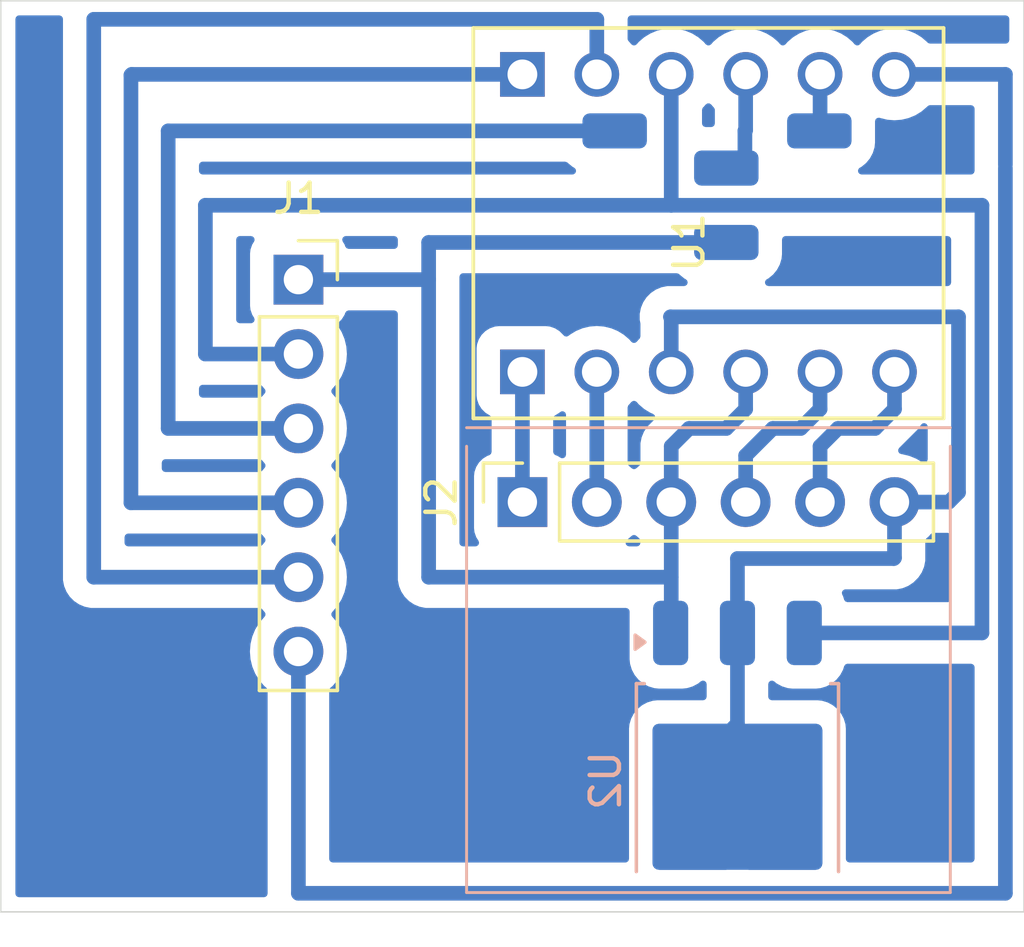
<source format=kicad_pcb>
(kicad_pcb (version 20240108) (generator "pcbnew") (generator_version "8.0")
  (layers (0 "F.Cu" signal) (31 "B.Cu" signal) (34 "B.Paste" user) (35 "F.Paste" user) (36 "B.SilkS" user "B.Silkscreen") (37 "F.SilkS" user "F.Silkscreen") (38 "B.Mask" user) (39 "F.Mask" user) (44 "Edge.Cuts" user))
  (net 0 "")
  (net 1 "/VCC")
  (net 2 "/MISO")
  (net 3 "/SS")
  (net 4 "/GND")
  (net 5 "/MOSI")
  (net 6 "/SCK")
  (net 7 "/CS")
  (net 8 "/CLK")
  (net 9 "/3.3v")
  (net 10 "/DO")
  (net 11 "/DI")
  (footprint "" (layer "F.Cu") (at 84.455 66.04 -90)
    (property "Reference" "" (at 0 0 90) (layer "F.SilkS") (effects (font (size 1.27 1.27))))
    (property "Value" "")
    (pad "1" smd roundrect (at 0 0 180) (size 2.2 1.2) (layers "B.Cu" "B.Paste" "B.Mask") (roundrect_rratio 0.208333))
  )
  (footprint "w25q64_spi:CONV_BOB-12009" (layer "F.Cu") (at 87.655 69.19 90)
    (property "Reference" "U1" (at -0.66 -0.66 90) (layer "F.SilkS"))
    (property "Value" "BOB-12009")
    (fp_line (start 6.665 -8.025) (end 6.665 8.025) (stroke (width 0.127)) (layer "F.SilkS"))
    (fp_line (start -6.665 -8.025) (end 6.665 -8.025) (stroke (width 0.127)) (layer "F.SilkS"))
    (fp_line (start 6.665 8.025) (end -6.665 8.025) (stroke (width 0.127)) (layer "F.SilkS"))
    (fp_line (start -6.665 8.025) (end -6.665 -8.025) (stroke (width 0.127)) (layer "F.SilkS"))
    (pad "GND_1" thru_hole circle (at 5.08 1.27 90) (size 1.524 1.524) (drill 1.016) (layers "*.Cu" "*.Mask") (net 4 "/GND"))
    (pad "GND_2" thru_hole circle (at -5.08 1.27 90) (size 1.524 1.524) (drill 1.016) (layers "*.Cu" "*.Mask") (net 4 "/GND"))
    (pad "HV" thru_hole circle (at 5.08 -1.27 90) (size 1.524 1.524) (drill 1.016) (layers "*.Cu" "*.Mask") (net 1 "/VCC"))
    (pad "HV1" thru_hole rect (at 5.08 -6.35 90) (size 1.524 1.524) (drill 1.016) (layers "*.Cu" "*.Mask") (net 5 "/MOSI"))
    (pad "HV2" thru_hole circle (at 5.08 -3.81 90) (size 1.524 1.524) (drill 1.016) (layers "*.Cu" "*.Mask") (net 6 "/SCK"))
    (pad "HV3" thru_hole circle (at 5.08 3.81 90) (size 1.524 1.524) (drill 1.016) (layers "*.Cu" "*.Mask") (net 2 "/MISO"))
    (pad "HV4" thru_hole circle (at 5.08 6.35 90) (size 1.524 1.524) (drill 1.016) (layers "*.Cu" "*.Mask") (net 3 "/SS"))
    (pad "LV" thru_hole circle (at -5.08 -1.27 90) (size 1.524 1.524) (drill 1.016) (layers "*.Cu" "*.Mask") (net 9 "/3.3v"))
    (pad "LV1" thru_hole rect (at -5.08 -6.35 90) (size 1.524 1.524) (drill 1.016) (layers "*.Cu" "*.Mask") (net 11 "/DI"))
    (pad "LV2" thru_hole circle (at -5.08 -3.81 90) (size 1.524 1.524) (drill 1.016) (layers "*.Cu" "*.Mask") (net 8 "/CLK"))
    (pad "LV3" thru_hole circle (at -5.08 3.81 90) (size 1.524 1.524) (drill 1.016) (layers "*.Cu" "*.Mask") (net 10 "/DO"))
    (pad "LV4" thru_hole circle (at -5.08 6.35 90) (size 1.524 1.524) (drill 1.016) (layers "*.Cu" "*.Mask") (net 7 "/CS"))
  )
  (footprint "" (layer "F.Cu") (at 88.265 67.31 -90)
    (property "Reference" "" (at 0 0 90) (layer "F.SilkS") (effects (font (size 1.27 1.27))))
    (property "Value" "")
    (pad "1" smd roundrect (at 0 0 180) (size 2.2 1.2) (layers "B.Cu" "B.Paste" "B.Mask") (roundrect_rratio 0.208333))
  )
  (footprint "" (layer "F.Cu") (at 88.265 69.85 -90)
    (property "Reference" "" (at 0 0 90) (layer "F.SilkS") (effects (font (size 1.27 1.27))))
    (property "Value" "")
    (pad "1" smd roundrect (at 0 0 180) (size 2.2 1.2) (layers "B.Cu" "B.Paste" "B.Mask") (roundrect_rratio 0.208333))
  )
  (footprint "Connector_PinSocket_2.54mm:PinSocket_1x06_P2.54mm_Vertical" (layer "F.Cu") (at 73.66 71.12)
    (property "Reference" "J1" (at 0 -2.77 0) (layer "F.SilkS"))
    (property "Value" "SPI")
    (fp_line (start -1.33 1.27) (end -1.33 14.03) (stroke (width 0.12)) (layer "F.SilkS"))
    (fp_line (start -1.33 1.27) (end 1.33 1.27) (stroke (width 0.12)) (layer "F.SilkS"))
    (fp_line (start -1.33 14.03) (end 1.33 14.03) (stroke (width 0.12)) (layer "F.SilkS"))
    (fp_line (start 0 -1.33) (end 1.33 -1.33) (stroke (width 0.12)) (layer "F.SilkS"))
    (fp_line (start 1.33 -1.33) (end 1.33 0) (stroke (width 0.12)) (layer "F.SilkS"))
    (fp_line (start 1.33 1.27) (end 1.33 14.03) (stroke (width 0.12)) (layer "F.SilkS"))
    (pad "1" thru_hole rect (at 0 0) (size 1.7 1.7) (drill 1) (layers "*.Cu" "*.Mask") (net 4 "/GND"))
    (pad "2" thru_hole oval (at 0 2.54) (size 1.7 1.7) (drill 1) (layers "*.Cu" "*.Mask") (net 1 "/VCC"))
    (pad "3" thru_hole oval (at 0 5.08) (size 1.7 1.7) (drill 1) (layers "*.Cu" "*.Mask") (net 2 "/MISO"))
    (pad "4" thru_hole oval (at 0 7.62) (size 1.7 1.7) (drill 1) (layers "*.Cu" "*.Mask") (net 5 "/MOSI"))
    (pad "5" thru_hole oval (at 0 10.16) (size 1.7 1.7) (drill 1) (layers "*.Cu" "*.Mask") (net 6 "/SCK"))
    (pad "6" thru_hole oval (at 0 12.7) (size 1.7 1.7) (drill 1) (layers "*.Cu" "*.Mask") (net 3 "/SS"))
  )
  (footprint "Connector_PinSocket_2.54mm:PinSocket_1x06_P2.54mm_Vertical" (layer "F.Cu") (at 81.305 78.715 90)
    (property "Reference" "J2" (at 0 -2.77 90) (layer "F.SilkS"))
    (property "Value" "w25q64")
    (fp_line (start 1.33 -1.33) (end 1.33 0) (stroke (width 0.12)) (layer "F.SilkS"))
    (fp_line (start 0 -1.33) (end 1.33 -1.33) (stroke (width 0.12)) (layer "F.SilkS"))
    (fp_line (start 1.33 1.27) (end 1.33 14.03) (stroke (width 0.12)) (layer "F.SilkS"))
    (fp_line (start -1.33 1.27) (end 1.33 1.27) (stroke (width 0.12)) (layer "F.SilkS"))
    (fp_line (start -1.33 1.27) (end -1.33 14.03) (stroke (width 0.12)) (layer "F.SilkS"))
    (fp_line (start -1.33 14.03) (end 1.33 14.03) (stroke (width 0.12)) (layer "F.SilkS"))
    (pad "1" thru_hole rect (at 0 0 90) (size 1.7 1.7) (drill 1) (layers "*.Cu" "*.Mask") (net 11 "/DI"))
    (pad "2" thru_hole oval (at 0 2.54 90) (size 1.7 1.7) (drill 1) (layers "*.Cu" "*.Mask") (net 8 "/CLK"))
    (pad "3" thru_hole oval (at 0 5.08 90) (size 1.7 1.7) (drill 1) (layers "*.Cu" "*.Mask") (net 4 "/GND"))
    (pad "4" thru_hole oval (at 0 7.62 90) (size 1.7 1.7) (drill 1) (layers "*.Cu" "*.Mask") (net 10 "/DO"))
    (pad "5" thru_hole oval (at 0 10.16 90) (size 1.7 1.7) (drill 1) (layers "*.Cu" "*.Mask") (net 7 "/CS"))
    (pad "6" thru_hole oval (at 0 12.7 90) (size 1.7 1.7) (drill 1) (layers "*.Cu" "*.Mask") (net 9 "/3.3v"))
  )
  (footprint "" (layer "F.Cu") (at 91.44 66.04 -90)
    (property "Reference" "" (at 0 0 90) (layer "F.SilkS") (effects (font (size 1.27 1.27))))
    (property "Value" "")
    (pad "1" smd roundrect (at 0 0 180) (size 2.2 1.2) (layers "B.Cu" "B.Paste" "B.Mask") (roundrect_rratio 0.208333) (net 4 "/GND"))
  )
  (footprint "Package_TO_SOT_SMD:TO-252-3_TabPin2" (layer "B.Cu") (at 88.645 88.225 -90)
    (property "Reference" "U2" (at 0 4.5 90) (layer "B.SilkS") (effects (justify mirror)))
    (property "Value" "LM1117DT-3.3")
    (fp_line (start -3.31 3.45) (end 3.11 3.45) (stroke (width 0.12)) (layer "B.SilkS"))
    (fp_line (start -3.31 3.18) (end -3.31 3.45) (stroke (width 0.12)) (layer "B.SilkS"))
    (fp_line (start -3.31 -3.18) (end -3.31 -3.45) (stroke (width 0.12)) (layer "B.SilkS"))
    (fp_line (start -3.31 -3.45) (end 3.11 -3.45) (stroke (width 0.12)) (layer "B.SilkS"))
    (fp_poly (pts (xy -4.725 3.16) (xy -4.965 3.49) (xy -4.485 3.49) (xy -4.725 3.16)) (stroke (width 0.12)) (fill solid) (layer "B.SilkS"))
    (pad "1" smd roundrect (at -5.04 2.28 270) (size 2.2 1.2) (layers "B.Cu" "B.Paste" "B.Mask") (roundrect_rratio 0.208333) (net 4 "/GND"))
    (pad "2" smd roundrect (at -5.04 0 270) (size 2.2 1.2) (layers "B.Cu" "B.Paste" "B.Mask") (roundrect_rratio 0.208333) (net 9 "/3.3v"))
    (pad "2" smd roundrect (at -0.415 -1.525 270) (size 3.05 2.75) (layers "B.Cu" "B.Paste") (roundrect_rratio 0.090909) (net 9 "/3.3v"))
    (pad "2" smd roundrect (at -0.415 1.525 270) (size 3.05 2.75) (layers "B.Cu" "B.Paste") (roundrect_rratio 0.090909) (net 9 "/3.3v"))
    (pad "2" smd roundrect (at 0.554 0 270) (size 4.988 5.8) (layers "B.Cu" "B.Mask") (roundrect_rratio 0.043103) (net 9 "/3.3v"))
    (pad "2" smd roundrect (at 1.524 -1.525 270) (size 3.05 2.75) (layers "B.Cu" "B.Paste") (roundrect_rratio 0.090909) (net 9 "/3.3v"))
    (pad "2" smd roundrect (at 1.524 1.525 270) (size 3.05 2.75) (layers "B.Cu" "B.Paste") (roundrect_rratio 0.090909) (net 9 "/3.3v"))
    (pad "3" smd roundrect (at -5.04 -2.28 270) (size 2.2 1.2) (layers "B.Cu" "B.Paste" "B.Mask") (roundrect_rratio 0.208333) (net 1 "/VCC"))
  )
  (gr_line (start 79.4 76.81) (end 79.4 92.05) (stroke (width 0.1)) (layer "B.SilkS"))
  (gr_line (start 79.4 92.05) (end 95.91 92.05) (stroke (width 0.1)) (layer "B.SilkS"))
  (gr_line (start 95.91 76.175) (end 79.4 76.175) (stroke (width 0.1)) (layer "B.SilkS"))
  (gr_line (start 95.91 92.05) (end 95.91 76.81) (stroke (width 0.1)) (layer "B.SilkS"))
  (gr_line (start 63.5 92.71) (end 63.5 61.595) (stroke (width 0.05)) (layer "Edge.Cuts"))
  (gr_line (start 98.425 61.595) (end 98.425 92.71) (stroke (width 0.05)) (layer "Edge.Cuts"))
  (gr_line (start 98.425 92.71) (end 63.5 92.71) (stroke (width 0.05)) (layer "Edge.Cuts"))
  (gr_line (start 63.5 61.595) (end 98.425 61.595) (stroke (width 0.05)) (layer "Edge.Cuts"))
  (segment (start 70.485 73.66) (end 70.485 68.58) (width 0.5) (layer "B.Cu") (net 1))
  (segment (start 70.485 68.58) (end 86.385 68.58) (width 0.5) (layer "B.Cu") (net 1))
  (segment (start 96.99 83.185) (end 96.99 68.58) (width 0.5) (layer "B.Cu") (net 1))
  (segment (start 73.66 73.66) (end 70.485 73.66) (width 0.5) (layer "B.Cu") (net 1))
  (segment (start 96.99 68.58) (end 86.385 68.58) (width 0.5) (layer "B.Cu") (net 1))
  (segment (start 90.925 83.185) (end 96.99 83.185) (width 0.5) (layer "B.Cu") (net 1))
  (segment (start 86.385 68.58) (end 86.385 64.11) (width 0.5) (layer "B.Cu") (net 1))
  (segment (start 69.215 76.2) (end 69.215 66.04) (width 0.5) (layer "B.Cu") (net 2))
  (segment (start 91.465 64.11) (end 91.465 66.015) (width 0.5) (layer "B.Cu") (net 2))
  (segment (start 73.66 76.2) (end 73.025 76.2) (width 0.5) (layer "B.Cu") (net 2))
  (segment (start 91.44 66.04) (end 90.805 66.04) (width 0.5) (layer "B.Cu") (net 2))
  (segment (start 69.215 66.04) (end 83.82 66.04) (width 0.5) (layer "B.Cu") (net 2))
  (segment (start 73.66 76.2) (end 69.215 76.2) (width 0.5) (layer "B.Cu") (net 2))
  (segment (start 83.82 66.04) (end 84.455 66.04) (width 0.5) (layer "B.Cu") (net 2))
  (segment (start 91.44 66.04) (end 91.465 66.015) (width 0.5) (layer "B.Cu") (net 2))
  (segment (start 73.66 92.075) (end 73.66 83.82) (width 0.5) (layer "B.Cu") (net 3))
  (segment (start 97.79 92.075) (end 73.66 92.075) (width 0.5) (layer "B.Cu") (net 3))
  (segment (start 97.79 67.31) (end 97.79 92.075) (width 0.5) (layer "B.Cu") (net 3))
  (segment (start 97.79 64.11) (end 97.79 67.195) (width 0.5) (layer "B.Cu") (net 3))
  (segment (start 94.005 64.11) (end 97.79 64.11) (width 0.5) (layer "B.Cu") (net 3))
  (segment (start 86.385 81.28) (end 78.105 81.28) (width 0.5) (layer "B.Cu") (net 4))
  (segment (start 88.925 66.015) (end 88.9 66.04) (width 0.5) (layer "B.Cu") (net 4))
  (segment (start 73.66 71.12) (end 78.105 71.12) (width 0.5) (layer "B.Cu") (net 4))
  (segment (start 78.105 69.85) (end 88.9 69.85) (width 0.5) (layer "B.Cu") (net 4))
  (segment (start 88.9 66.04) (end 88.9 67.31) (width 0.5) (layer "B.Cu") (net 4))
  (segment (start 88.265 76.2) (end 88.925 75.54) (width 0.5) (layer "B.Cu") (net 4))
  (segment (start 78.105 71.12) (end 78.105 69.85) (width 0.5) (layer "B.Cu") (net 4))
  (segment (start 86.385 76.81) (end 86.995 76.2) (width 0.5) (layer "B.Cu") (net 4))
  (segment (start 86.385 81.28) (end 86.385 82.35) (width 0.5) (layer "B.Cu") (net 4))
  (segment (start 86.385 82.35) (end 86.365 82.37) (width 0.5) (layer "B.Cu") (net 4))
  (segment (start 88.925 75.54) (end 88.925 74.27) (width 0.5) (layer "B.Cu") (net 4))
  (segment (start 88.925 64.11) (end 88.925 66.015) (width 0.5) (layer "B.Cu") (net 4))
  (segment (start 86.385 78.715) (end 86.385 81.28) (width 0.5) (layer "B.Cu") (net 4))
  (segment (start 86.385 78.715) (end 86.385 76.81) (width 0.5) (layer "B.Cu") (net 4))
  (segment (start 78.105 81.28) (end 78.105 71.12) (width 0.5) (layer "B.Cu") (net 4))
  (segment (start 86.995 76.2) (end 88.265 76.2) (width 0.5) (layer "B.Cu") (net 4))
  (segment (start 67.945 64.135) (end 67.945 78.74) (width 0.5) (layer "B.Cu") (net 5))
  (segment (start 67.945 78.74) (end 73.66 78.74) (width 0.5) (layer "B.Cu") (net 5))
  (segment (start 67.97 64.11) (end 67.945 64.135) (width 0.5) (layer "B.Cu") (net 5))
  (segment (start 81.305 64.11) (end 67.97 64.11) (width 0.5) (layer "B.Cu") (net 5))
  (segment (start 66.675 62.23) (end 83.845 62.23) (width 0.5) (layer "B.Cu") (net 6))
  (segment (start 83.845 62.23) (end 83.845 64.11) (width 0.5) (layer "B.Cu") (net 6))
  (segment (start 73.66 81.28) (end 66.675 81.28) (width 0.5) (layer "B.Cu") (net 6))
  (segment (start 66.675 81.28) (end 66.675 62.23) (width 0.5) (layer "B.Cu") (net 6))
  (segment (start 91.465 76.81) (end 92.075 76.2) (width 0.5) (layer "B.Cu") (net 7))
  (segment (start 93.345 76.2) (end 94.005 75.54) (width 0.5) (layer "B.Cu") (net 7))
  (segment (start 94.005 75.54) (end 94.005 74.27) (width 0.5) (layer "B.Cu") (net 7))
  (segment (start 92.075 76.2) (end 93.345 76.2) (width 0.5) (layer "B.Cu") (net 7))
  (segment (start 91.465 78.715) (end 91.465 76.81) (width 0.5) (layer "B.Cu") (net 7))
  (segment (start 83.845 74.905) (end 83.845 78.715) (width 0.5) (layer "B.Cu") (net 8))
  (segment (start 88.645 83.185) (end 88.645 86.285) (width 0.5) (layer "B.Cu") (net 9))
  (segment (start 96.19 72.39) (end 86.36 72.39) (width 0.5) (layer "B.Cu") (net 9))
  (segment (start 88.645 83.185) (end 88.645 80.645) (width 0.5) (layer "B.Cu") (net 9))
  (segment (start 94.005 78.715) (end 95.86 78.715) (width 0.5) (layer "B.Cu") (net 9))
  (segment (start 88.645 80.645) (end 93.98 80.645) (width 0.5) (layer "B.Cu") (net 9))
  (segment (start 95.86 78.715) (end 96.19 78.385) (width 0.5) (layer "B.Cu") (net 9))
  (segment (start 88.645 86.285) (end 87.12 87.81) (width 0.5) (layer "B.Cu") (net 9))
  (segment (start 93.98 80.645) (end 94.005 80.62) (width 0.5) (layer "B.Cu") (net 9))
  (segment (start 96.19 78.385) (end 96.19 72.39) (width 0.5) (layer "B.Cu") (net 9))
  (segment (start 94.005 80.62) (end 94.005 78.715) (width 0.5) (layer "B.Cu") (net 9))
  (segment (start 86.385 72.415) (end 86.385 74.27) (width 0.5) (layer "B.Cu") (net 9))
  (segment (start 86.36 72.39) (end 86.385 72.415) (width 0.5) (layer "B.Cu") (net 9))
  (segment (start 89.8525 76.2) (end 90.805 76.2) (width 0.5) (layer "B.Cu") (net 10))
  (segment (start 91.465 75.54) (end 91.465 74.27) (width 0.5) (layer "B.Cu") (net 10))
  (segment (start 88.925 77.1275) (end 89.8525 76.2) (width 0.5) (layer "B.Cu") (net 10))
  (segment (start 90.805 76.2) (end 91.465 75.54) (width 0.5) (layer "B.Cu") (net 10))
  (segment (start 88.925 78.715) (end 88.925 77.1275) (width 0.5) (layer "B.Cu") (net 10))
  (segment (start 81.305 74.905) (end 81.305 78.715) (width 0.5) (layer "B.Cu") (net 11))
  (zone (net 0) (net_name "") (layer "B.Cu") (connect_pads (clearance 0.8)) (min_thickness 0.25) (fill yes (thermal_gap 0.5) (thermal_bridge_width 0.5) (island_removal_mode 1) (island_area_min 10))
    (polygon (pts (xy 98.425 61.595) (xy 98.425 92.71) (xy 63.5 92.71) (xy 63.5 61.595)))
  )
)
</source>
